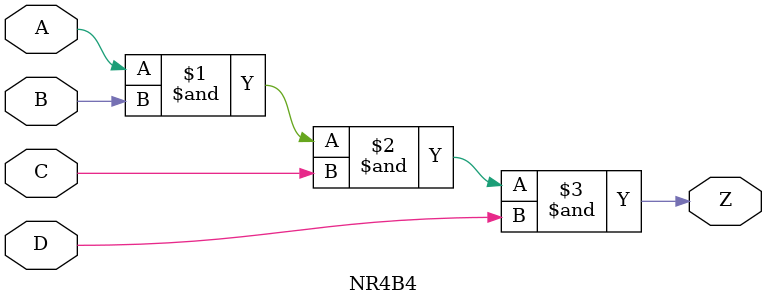
<source format=v>
`resetall
`timescale 1 ns / 100 ps

/* Created by DB2VERILOG Version 1.0.1.1 on Sat May 14 11:10:40 1994 */
/* module compiled from "lsl2db 3.6.4" run */


`celldefine
module  NR4B4  (A, B, C, D, Z);
input  A, B, C, D;
output Z;

and \wrapper.nr4b4.i1 (Z, A, B, C, D);

endmodule 
`endcelldefine

</source>
